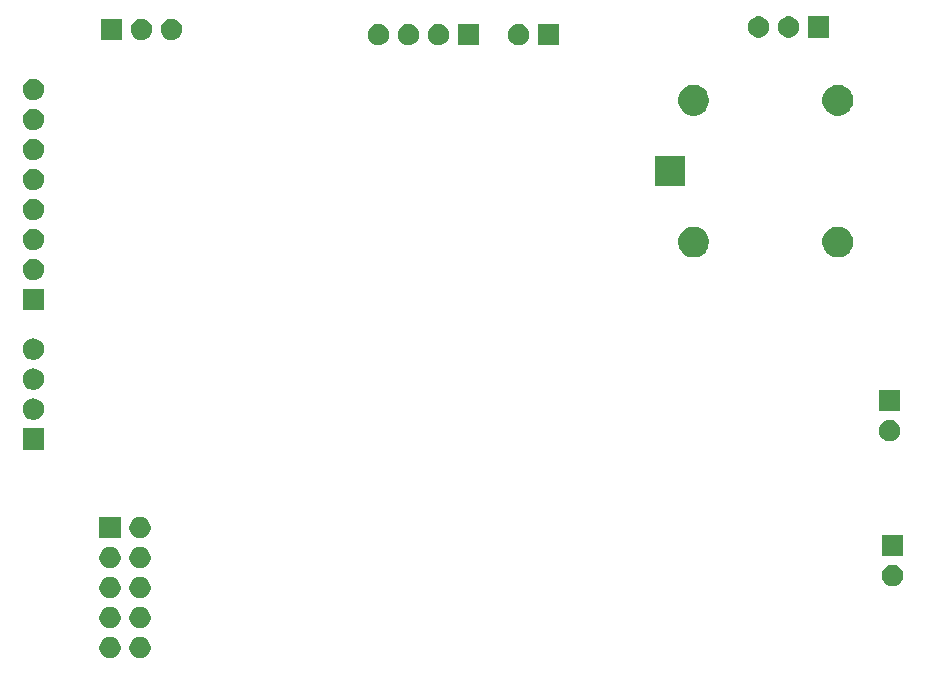
<source format=gbr>
G04 #@! TF.GenerationSoftware,KiCad,Pcbnew,(5.1.5)-3*
G04 #@! TF.CreationDate,2020-02-19T20:56:23+00:00*
G04 #@! TF.ProjectId,Isolator CAN SMT,49736f6c-6174-46f7-9220-43414e20534d,rev?*
G04 #@! TF.SameCoordinates,Original*
G04 #@! TF.FileFunction,Soldermask,Bot*
G04 #@! TF.FilePolarity,Negative*
%FSLAX46Y46*%
G04 Gerber Fmt 4.6, Leading zero omitted, Abs format (unit mm)*
G04 Created by KiCad (PCBNEW (5.1.5)-3) date 2020-02-19 20:56:23*
%MOMM*%
%LPD*%
G04 APERTURE LIST*
%ADD10C,0.100000*%
G04 APERTURE END LIST*
D10*
G36*
X112653512Y-94513927D02*
G01*
X112802812Y-94543624D01*
X112966784Y-94611544D01*
X113114354Y-94710147D01*
X113239853Y-94835646D01*
X113338456Y-94983216D01*
X113406376Y-95147188D01*
X113441000Y-95321259D01*
X113441000Y-95498741D01*
X113406376Y-95672812D01*
X113338456Y-95836784D01*
X113239853Y-95984354D01*
X113114354Y-96109853D01*
X112966784Y-96208456D01*
X112802812Y-96276376D01*
X112653512Y-96306073D01*
X112628742Y-96311000D01*
X112451258Y-96311000D01*
X112426488Y-96306073D01*
X112277188Y-96276376D01*
X112113216Y-96208456D01*
X111965646Y-96109853D01*
X111840147Y-95984354D01*
X111741544Y-95836784D01*
X111673624Y-95672812D01*
X111639000Y-95498741D01*
X111639000Y-95321259D01*
X111673624Y-95147188D01*
X111741544Y-94983216D01*
X111840147Y-94835646D01*
X111965646Y-94710147D01*
X112113216Y-94611544D01*
X112277188Y-94543624D01*
X112426488Y-94513927D01*
X112451258Y-94509000D01*
X112628742Y-94509000D01*
X112653512Y-94513927D01*
G37*
G36*
X110113512Y-94513927D02*
G01*
X110262812Y-94543624D01*
X110426784Y-94611544D01*
X110574354Y-94710147D01*
X110699853Y-94835646D01*
X110798456Y-94983216D01*
X110866376Y-95147188D01*
X110901000Y-95321259D01*
X110901000Y-95498741D01*
X110866376Y-95672812D01*
X110798456Y-95836784D01*
X110699853Y-95984354D01*
X110574354Y-96109853D01*
X110426784Y-96208456D01*
X110262812Y-96276376D01*
X110113512Y-96306073D01*
X110088742Y-96311000D01*
X109911258Y-96311000D01*
X109886488Y-96306073D01*
X109737188Y-96276376D01*
X109573216Y-96208456D01*
X109425646Y-96109853D01*
X109300147Y-95984354D01*
X109201544Y-95836784D01*
X109133624Y-95672812D01*
X109099000Y-95498741D01*
X109099000Y-95321259D01*
X109133624Y-95147188D01*
X109201544Y-94983216D01*
X109300147Y-94835646D01*
X109425646Y-94710147D01*
X109573216Y-94611544D01*
X109737188Y-94543624D01*
X109886488Y-94513927D01*
X109911258Y-94509000D01*
X110088742Y-94509000D01*
X110113512Y-94513927D01*
G37*
G36*
X112653512Y-91973927D02*
G01*
X112802812Y-92003624D01*
X112966784Y-92071544D01*
X113114354Y-92170147D01*
X113239853Y-92295646D01*
X113338456Y-92443216D01*
X113406376Y-92607188D01*
X113441000Y-92781259D01*
X113441000Y-92958741D01*
X113406376Y-93132812D01*
X113338456Y-93296784D01*
X113239853Y-93444354D01*
X113114354Y-93569853D01*
X112966784Y-93668456D01*
X112802812Y-93736376D01*
X112653512Y-93766073D01*
X112628742Y-93771000D01*
X112451258Y-93771000D01*
X112426488Y-93766073D01*
X112277188Y-93736376D01*
X112113216Y-93668456D01*
X111965646Y-93569853D01*
X111840147Y-93444354D01*
X111741544Y-93296784D01*
X111673624Y-93132812D01*
X111639000Y-92958741D01*
X111639000Y-92781259D01*
X111673624Y-92607188D01*
X111741544Y-92443216D01*
X111840147Y-92295646D01*
X111965646Y-92170147D01*
X112113216Y-92071544D01*
X112277188Y-92003624D01*
X112426488Y-91973927D01*
X112451258Y-91969000D01*
X112628742Y-91969000D01*
X112653512Y-91973927D01*
G37*
G36*
X110113512Y-91973927D02*
G01*
X110262812Y-92003624D01*
X110426784Y-92071544D01*
X110574354Y-92170147D01*
X110699853Y-92295646D01*
X110798456Y-92443216D01*
X110866376Y-92607188D01*
X110901000Y-92781259D01*
X110901000Y-92958741D01*
X110866376Y-93132812D01*
X110798456Y-93296784D01*
X110699853Y-93444354D01*
X110574354Y-93569853D01*
X110426784Y-93668456D01*
X110262812Y-93736376D01*
X110113512Y-93766073D01*
X110088742Y-93771000D01*
X109911258Y-93771000D01*
X109886488Y-93766073D01*
X109737188Y-93736376D01*
X109573216Y-93668456D01*
X109425646Y-93569853D01*
X109300147Y-93444354D01*
X109201544Y-93296784D01*
X109133624Y-93132812D01*
X109099000Y-92958741D01*
X109099000Y-92781259D01*
X109133624Y-92607188D01*
X109201544Y-92443216D01*
X109300147Y-92295646D01*
X109425646Y-92170147D01*
X109573216Y-92071544D01*
X109737188Y-92003624D01*
X109886488Y-91973927D01*
X109911258Y-91969000D01*
X110088742Y-91969000D01*
X110113512Y-91973927D01*
G37*
G36*
X112653512Y-89433927D02*
G01*
X112802812Y-89463624D01*
X112966784Y-89531544D01*
X113114354Y-89630147D01*
X113239853Y-89755646D01*
X113338456Y-89903216D01*
X113406376Y-90067188D01*
X113441000Y-90241259D01*
X113441000Y-90418741D01*
X113406376Y-90592812D01*
X113338456Y-90756784D01*
X113239853Y-90904354D01*
X113114354Y-91029853D01*
X112966784Y-91128456D01*
X112802812Y-91196376D01*
X112653512Y-91226073D01*
X112628742Y-91231000D01*
X112451258Y-91231000D01*
X112426488Y-91226073D01*
X112277188Y-91196376D01*
X112113216Y-91128456D01*
X111965646Y-91029853D01*
X111840147Y-90904354D01*
X111741544Y-90756784D01*
X111673624Y-90592812D01*
X111639000Y-90418741D01*
X111639000Y-90241259D01*
X111673624Y-90067188D01*
X111741544Y-89903216D01*
X111840147Y-89755646D01*
X111965646Y-89630147D01*
X112113216Y-89531544D01*
X112277188Y-89463624D01*
X112426488Y-89433927D01*
X112451258Y-89429000D01*
X112628742Y-89429000D01*
X112653512Y-89433927D01*
G37*
G36*
X110113512Y-89433927D02*
G01*
X110262812Y-89463624D01*
X110426784Y-89531544D01*
X110574354Y-89630147D01*
X110699853Y-89755646D01*
X110798456Y-89903216D01*
X110866376Y-90067188D01*
X110901000Y-90241259D01*
X110901000Y-90418741D01*
X110866376Y-90592812D01*
X110798456Y-90756784D01*
X110699853Y-90904354D01*
X110574354Y-91029853D01*
X110426784Y-91128456D01*
X110262812Y-91196376D01*
X110113512Y-91226073D01*
X110088742Y-91231000D01*
X109911258Y-91231000D01*
X109886488Y-91226073D01*
X109737188Y-91196376D01*
X109573216Y-91128456D01*
X109425646Y-91029853D01*
X109300147Y-90904354D01*
X109201544Y-90756784D01*
X109133624Y-90592812D01*
X109099000Y-90418741D01*
X109099000Y-90241259D01*
X109133624Y-90067188D01*
X109201544Y-89903216D01*
X109300147Y-89755646D01*
X109425646Y-89630147D01*
X109573216Y-89531544D01*
X109737188Y-89463624D01*
X109886488Y-89433927D01*
X109911258Y-89429000D01*
X110088742Y-89429000D01*
X110113512Y-89433927D01*
G37*
G36*
X176363512Y-88393927D02*
G01*
X176512812Y-88423624D01*
X176676784Y-88491544D01*
X176824354Y-88590147D01*
X176949853Y-88715646D01*
X177048456Y-88863216D01*
X177116376Y-89027188D01*
X177151000Y-89201259D01*
X177151000Y-89378741D01*
X177116376Y-89552812D01*
X177048456Y-89716784D01*
X176949853Y-89864354D01*
X176824354Y-89989853D01*
X176676784Y-90088456D01*
X176512812Y-90156376D01*
X176363512Y-90186073D01*
X176338742Y-90191000D01*
X176161258Y-90191000D01*
X176136488Y-90186073D01*
X175987188Y-90156376D01*
X175823216Y-90088456D01*
X175675646Y-89989853D01*
X175550147Y-89864354D01*
X175451544Y-89716784D01*
X175383624Y-89552812D01*
X175349000Y-89378741D01*
X175349000Y-89201259D01*
X175383624Y-89027188D01*
X175451544Y-88863216D01*
X175550147Y-88715646D01*
X175675646Y-88590147D01*
X175823216Y-88491544D01*
X175987188Y-88423624D01*
X176136488Y-88393927D01*
X176161258Y-88389000D01*
X176338742Y-88389000D01*
X176363512Y-88393927D01*
G37*
G36*
X112653512Y-86893927D02*
G01*
X112802812Y-86923624D01*
X112966784Y-86991544D01*
X113114354Y-87090147D01*
X113239853Y-87215646D01*
X113338456Y-87363216D01*
X113406376Y-87527188D01*
X113441000Y-87701259D01*
X113441000Y-87878741D01*
X113406376Y-88052812D01*
X113338456Y-88216784D01*
X113239853Y-88364354D01*
X113114354Y-88489853D01*
X112966784Y-88588456D01*
X112802812Y-88656376D01*
X112653512Y-88686073D01*
X112628742Y-88691000D01*
X112451258Y-88691000D01*
X112426488Y-88686073D01*
X112277188Y-88656376D01*
X112113216Y-88588456D01*
X111965646Y-88489853D01*
X111840147Y-88364354D01*
X111741544Y-88216784D01*
X111673624Y-88052812D01*
X111639000Y-87878741D01*
X111639000Y-87701259D01*
X111673624Y-87527188D01*
X111741544Y-87363216D01*
X111840147Y-87215646D01*
X111965646Y-87090147D01*
X112113216Y-86991544D01*
X112277188Y-86923624D01*
X112426488Y-86893927D01*
X112451258Y-86889000D01*
X112628742Y-86889000D01*
X112653512Y-86893927D01*
G37*
G36*
X110113512Y-86893927D02*
G01*
X110262812Y-86923624D01*
X110426784Y-86991544D01*
X110574354Y-87090147D01*
X110699853Y-87215646D01*
X110798456Y-87363216D01*
X110866376Y-87527188D01*
X110901000Y-87701259D01*
X110901000Y-87878741D01*
X110866376Y-88052812D01*
X110798456Y-88216784D01*
X110699853Y-88364354D01*
X110574354Y-88489853D01*
X110426784Y-88588456D01*
X110262812Y-88656376D01*
X110113512Y-88686073D01*
X110088742Y-88691000D01*
X109911258Y-88691000D01*
X109886488Y-88686073D01*
X109737188Y-88656376D01*
X109573216Y-88588456D01*
X109425646Y-88489853D01*
X109300147Y-88364354D01*
X109201544Y-88216784D01*
X109133624Y-88052812D01*
X109099000Y-87878741D01*
X109099000Y-87701259D01*
X109133624Y-87527188D01*
X109201544Y-87363216D01*
X109300147Y-87215646D01*
X109425646Y-87090147D01*
X109573216Y-86991544D01*
X109737188Y-86923624D01*
X109886488Y-86893927D01*
X109911258Y-86889000D01*
X110088742Y-86889000D01*
X110113512Y-86893927D01*
G37*
G36*
X177151000Y-87651000D02*
G01*
X175349000Y-87651000D01*
X175349000Y-85849000D01*
X177151000Y-85849000D01*
X177151000Y-87651000D01*
G37*
G36*
X112653512Y-84353927D02*
G01*
X112802812Y-84383624D01*
X112966784Y-84451544D01*
X113114354Y-84550147D01*
X113239853Y-84675646D01*
X113338456Y-84823216D01*
X113406376Y-84987188D01*
X113441000Y-85161259D01*
X113441000Y-85338741D01*
X113406376Y-85512812D01*
X113338456Y-85676784D01*
X113239853Y-85824354D01*
X113114354Y-85949853D01*
X112966784Y-86048456D01*
X112802812Y-86116376D01*
X112653512Y-86146073D01*
X112628742Y-86151000D01*
X112451258Y-86151000D01*
X112426488Y-86146073D01*
X112277188Y-86116376D01*
X112113216Y-86048456D01*
X111965646Y-85949853D01*
X111840147Y-85824354D01*
X111741544Y-85676784D01*
X111673624Y-85512812D01*
X111639000Y-85338741D01*
X111639000Y-85161259D01*
X111673624Y-84987188D01*
X111741544Y-84823216D01*
X111840147Y-84675646D01*
X111965646Y-84550147D01*
X112113216Y-84451544D01*
X112277188Y-84383624D01*
X112426488Y-84353927D01*
X112451258Y-84349000D01*
X112628742Y-84349000D01*
X112653512Y-84353927D01*
G37*
G36*
X110901000Y-86151000D02*
G01*
X109099000Y-86151000D01*
X109099000Y-84349000D01*
X110901000Y-84349000D01*
X110901000Y-86151000D01*
G37*
G36*
X104401000Y-78651000D02*
G01*
X102599000Y-78651000D01*
X102599000Y-76849000D01*
X104401000Y-76849000D01*
X104401000Y-78651000D01*
G37*
G36*
X176113512Y-76143927D02*
G01*
X176262812Y-76173624D01*
X176426784Y-76241544D01*
X176574354Y-76340147D01*
X176699853Y-76465646D01*
X176798456Y-76613216D01*
X176866376Y-76777188D01*
X176901000Y-76951259D01*
X176901000Y-77128741D01*
X176866376Y-77302812D01*
X176798456Y-77466784D01*
X176699853Y-77614354D01*
X176574354Y-77739853D01*
X176426784Y-77838456D01*
X176262812Y-77906376D01*
X176113512Y-77936073D01*
X176088742Y-77941000D01*
X175911258Y-77941000D01*
X175886488Y-77936073D01*
X175737188Y-77906376D01*
X175573216Y-77838456D01*
X175425646Y-77739853D01*
X175300147Y-77614354D01*
X175201544Y-77466784D01*
X175133624Y-77302812D01*
X175099000Y-77128741D01*
X175099000Y-76951259D01*
X175133624Y-76777188D01*
X175201544Y-76613216D01*
X175300147Y-76465646D01*
X175425646Y-76340147D01*
X175573216Y-76241544D01*
X175737188Y-76173624D01*
X175886488Y-76143927D01*
X175911258Y-76139000D01*
X176088742Y-76139000D01*
X176113512Y-76143927D01*
G37*
G36*
X103613512Y-74313927D02*
G01*
X103762812Y-74343624D01*
X103926784Y-74411544D01*
X104074354Y-74510147D01*
X104199853Y-74635646D01*
X104298456Y-74783216D01*
X104366376Y-74947188D01*
X104401000Y-75121259D01*
X104401000Y-75298741D01*
X104366376Y-75472812D01*
X104298456Y-75636784D01*
X104199853Y-75784354D01*
X104074354Y-75909853D01*
X103926784Y-76008456D01*
X103762812Y-76076376D01*
X103613512Y-76106073D01*
X103588742Y-76111000D01*
X103411258Y-76111000D01*
X103386488Y-76106073D01*
X103237188Y-76076376D01*
X103073216Y-76008456D01*
X102925646Y-75909853D01*
X102800147Y-75784354D01*
X102701544Y-75636784D01*
X102633624Y-75472812D01*
X102599000Y-75298741D01*
X102599000Y-75121259D01*
X102633624Y-74947188D01*
X102701544Y-74783216D01*
X102800147Y-74635646D01*
X102925646Y-74510147D01*
X103073216Y-74411544D01*
X103237188Y-74343624D01*
X103386488Y-74313927D01*
X103411258Y-74309000D01*
X103588742Y-74309000D01*
X103613512Y-74313927D01*
G37*
G36*
X176901000Y-75401000D02*
G01*
X175099000Y-75401000D01*
X175099000Y-73599000D01*
X176901000Y-73599000D01*
X176901000Y-75401000D01*
G37*
G36*
X103613512Y-71773927D02*
G01*
X103762812Y-71803624D01*
X103926784Y-71871544D01*
X104074354Y-71970147D01*
X104199853Y-72095646D01*
X104298456Y-72243216D01*
X104366376Y-72407188D01*
X104401000Y-72581259D01*
X104401000Y-72758741D01*
X104366376Y-72932812D01*
X104298456Y-73096784D01*
X104199853Y-73244354D01*
X104074354Y-73369853D01*
X103926784Y-73468456D01*
X103762812Y-73536376D01*
X103613512Y-73566073D01*
X103588742Y-73571000D01*
X103411258Y-73571000D01*
X103386488Y-73566073D01*
X103237188Y-73536376D01*
X103073216Y-73468456D01*
X102925646Y-73369853D01*
X102800147Y-73244354D01*
X102701544Y-73096784D01*
X102633624Y-72932812D01*
X102599000Y-72758741D01*
X102599000Y-72581259D01*
X102633624Y-72407188D01*
X102701544Y-72243216D01*
X102800147Y-72095646D01*
X102925646Y-71970147D01*
X103073216Y-71871544D01*
X103237188Y-71803624D01*
X103386488Y-71773927D01*
X103411258Y-71769000D01*
X103588742Y-71769000D01*
X103613512Y-71773927D01*
G37*
G36*
X103613512Y-69233927D02*
G01*
X103762812Y-69263624D01*
X103926784Y-69331544D01*
X104074354Y-69430147D01*
X104199853Y-69555646D01*
X104298456Y-69703216D01*
X104366376Y-69867188D01*
X104401000Y-70041259D01*
X104401000Y-70218741D01*
X104366376Y-70392812D01*
X104298456Y-70556784D01*
X104199853Y-70704354D01*
X104074354Y-70829853D01*
X103926784Y-70928456D01*
X103762812Y-70996376D01*
X103613512Y-71026073D01*
X103588742Y-71031000D01*
X103411258Y-71031000D01*
X103386488Y-71026073D01*
X103237188Y-70996376D01*
X103073216Y-70928456D01*
X102925646Y-70829853D01*
X102800147Y-70704354D01*
X102701544Y-70556784D01*
X102633624Y-70392812D01*
X102599000Y-70218741D01*
X102599000Y-70041259D01*
X102633624Y-69867188D01*
X102701544Y-69703216D01*
X102800147Y-69555646D01*
X102925646Y-69430147D01*
X103073216Y-69331544D01*
X103237188Y-69263624D01*
X103386488Y-69233927D01*
X103411258Y-69229000D01*
X103588742Y-69229000D01*
X103613512Y-69233927D01*
G37*
G36*
X104406000Y-66814000D02*
G01*
X102604000Y-66814000D01*
X102604000Y-65012000D01*
X104406000Y-65012000D01*
X104406000Y-66814000D01*
G37*
G36*
X103618512Y-62476927D02*
G01*
X103767812Y-62506624D01*
X103931784Y-62574544D01*
X104079354Y-62673147D01*
X104204853Y-62798646D01*
X104303456Y-62946216D01*
X104371376Y-63110188D01*
X104406000Y-63284259D01*
X104406000Y-63461741D01*
X104371376Y-63635812D01*
X104303456Y-63799784D01*
X104204853Y-63947354D01*
X104079354Y-64072853D01*
X103931784Y-64171456D01*
X103767812Y-64239376D01*
X103618512Y-64269073D01*
X103593742Y-64274000D01*
X103416258Y-64274000D01*
X103391488Y-64269073D01*
X103242188Y-64239376D01*
X103078216Y-64171456D01*
X102930646Y-64072853D01*
X102805147Y-63947354D01*
X102706544Y-63799784D01*
X102638624Y-63635812D01*
X102604000Y-63461741D01*
X102604000Y-63284259D01*
X102638624Y-63110188D01*
X102706544Y-62946216D01*
X102805147Y-62798646D01*
X102930646Y-62673147D01*
X103078216Y-62574544D01*
X103242188Y-62506624D01*
X103391488Y-62476927D01*
X103416258Y-62472000D01*
X103593742Y-62472000D01*
X103618512Y-62476927D01*
G37*
G36*
X171995987Y-59803496D02*
G01*
X172232753Y-59901568D01*
X172232755Y-59901569D01*
X172278298Y-59932000D01*
X172445839Y-60043947D01*
X172627053Y-60225161D01*
X172769432Y-60438247D01*
X172867504Y-60675013D01*
X172917500Y-60926361D01*
X172917500Y-61182639D01*
X172867504Y-61433987D01*
X172826552Y-61532853D01*
X172769431Y-61670755D01*
X172627053Y-61883839D01*
X172445839Y-62065053D01*
X172232755Y-62207431D01*
X172232754Y-62207432D01*
X172232753Y-62207432D01*
X171995987Y-62305504D01*
X171744639Y-62355500D01*
X171488361Y-62355500D01*
X171237013Y-62305504D01*
X171000247Y-62207432D01*
X171000246Y-62207432D01*
X171000245Y-62207431D01*
X170787161Y-62065053D01*
X170605947Y-61883839D01*
X170463569Y-61670755D01*
X170406448Y-61532853D01*
X170365496Y-61433987D01*
X170315500Y-61182639D01*
X170315500Y-60926361D01*
X170365496Y-60675013D01*
X170463568Y-60438247D01*
X170605947Y-60225161D01*
X170787161Y-60043947D01*
X170954702Y-59932000D01*
X171000245Y-59901569D01*
X171000247Y-59901568D01*
X171237013Y-59803496D01*
X171488361Y-59753500D01*
X171744639Y-59753500D01*
X171995987Y-59803496D01*
G37*
G36*
X159795987Y-59803496D02*
G01*
X160032753Y-59901568D01*
X160032755Y-59901569D01*
X160078298Y-59932000D01*
X160245839Y-60043947D01*
X160427053Y-60225161D01*
X160569432Y-60438247D01*
X160667504Y-60675013D01*
X160717500Y-60926361D01*
X160717500Y-61182639D01*
X160667504Y-61433987D01*
X160626552Y-61532853D01*
X160569431Y-61670755D01*
X160427053Y-61883839D01*
X160245839Y-62065053D01*
X160032755Y-62207431D01*
X160032754Y-62207432D01*
X160032753Y-62207432D01*
X159795987Y-62305504D01*
X159544639Y-62355500D01*
X159288361Y-62355500D01*
X159037013Y-62305504D01*
X158800247Y-62207432D01*
X158800246Y-62207432D01*
X158800245Y-62207431D01*
X158587161Y-62065053D01*
X158405947Y-61883839D01*
X158263569Y-61670755D01*
X158206448Y-61532853D01*
X158165496Y-61433987D01*
X158115500Y-61182639D01*
X158115500Y-60926361D01*
X158165496Y-60675013D01*
X158263568Y-60438247D01*
X158405947Y-60225161D01*
X158587161Y-60043947D01*
X158754702Y-59932000D01*
X158800245Y-59901569D01*
X158800247Y-59901568D01*
X159037013Y-59803496D01*
X159288361Y-59753500D01*
X159544639Y-59753500D01*
X159795987Y-59803496D01*
G37*
G36*
X103618512Y-59936927D02*
G01*
X103767812Y-59966624D01*
X103931784Y-60034544D01*
X104079354Y-60133147D01*
X104204853Y-60258646D01*
X104303456Y-60406216D01*
X104371376Y-60570188D01*
X104406000Y-60744259D01*
X104406000Y-60921741D01*
X104371376Y-61095812D01*
X104303456Y-61259784D01*
X104204853Y-61407354D01*
X104079354Y-61532853D01*
X103931784Y-61631456D01*
X103767812Y-61699376D01*
X103618512Y-61729073D01*
X103593742Y-61734000D01*
X103416258Y-61734000D01*
X103391488Y-61729073D01*
X103242188Y-61699376D01*
X103078216Y-61631456D01*
X102930646Y-61532853D01*
X102805147Y-61407354D01*
X102706544Y-61259784D01*
X102638624Y-61095812D01*
X102604000Y-60921741D01*
X102604000Y-60744259D01*
X102638624Y-60570188D01*
X102706544Y-60406216D01*
X102805147Y-60258646D01*
X102930646Y-60133147D01*
X103078216Y-60034544D01*
X103242188Y-59966624D01*
X103391488Y-59936927D01*
X103416258Y-59932000D01*
X103593742Y-59932000D01*
X103618512Y-59936927D01*
G37*
G36*
X103618512Y-57396927D02*
G01*
X103767812Y-57426624D01*
X103931784Y-57494544D01*
X104079354Y-57593147D01*
X104204853Y-57718646D01*
X104303456Y-57866216D01*
X104371376Y-58030188D01*
X104406000Y-58204259D01*
X104406000Y-58381741D01*
X104371376Y-58555812D01*
X104303456Y-58719784D01*
X104204853Y-58867354D01*
X104079354Y-58992853D01*
X103931784Y-59091456D01*
X103767812Y-59159376D01*
X103618512Y-59189073D01*
X103593742Y-59194000D01*
X103416258Y-59194000D01*
X103391488Y-59189073D01*
X103242188Y-59159376D01*
X103078216Y-59091456D01*
X102930646Y-58992853D01*
X102805147Y-58867354D01*
X102706544Y-58719784D01*
X102638624Y-58555812D01*
X102604000Y-58381741D01*
X102604000Y-58204259D01*
X102638624Y-58030188D01*
X102706544Y-57866216D01*
X102805147Y-57718646D01*
X102930646Y-57593147D01*
X103078216Y-57494544D01*
X103242188Y-57426624D01*
X103391488Y-57396927D01*
X103416258Y-57392000D01*
X103593742Y-57392000D01*
X103618512Y-57396927D01*
G37*
G36*
X103618512Y-54856927D02*
G01*
X103767812Y-54886624D01*
X103931784Y-54954544D01*
X104079354Y-55053147D01*
X104204853Y-55178646D01*
X104303456Y-55326216D01*
X104371376Y-55490188D01*
X104406000Y-55664259D01*
X104406000Y-55841741D01*
X104371376Y-56015812D01*
X104303456Y-56179784D01*
X104204853Y-56327354D01*
X104079354Y-56452853D01*
X103931784Y-56551456D01*
X103767812Y-56619376D01*
X103618512Y-56649073D01*
X103593742Y-56654000D01*
X103416258Y-56654000D01*
X103391488Y-56649073D01*
X103242188Y-56619376D01*
X103078216Y-56551456D01*
X102930646Y-56452853D01*
X102805147Y-56327354D01*
X102706544Y-56179784D01*
X102638624Y-56015812D01*
X102604000Y-55841741D01*
X102604000Y-55664259D01*
X102638624Y-55490188D01*
X102706544Y-55326216D01*
X102805147Y-55178646D01*
X102930646Y-55053147D01*
X103078216Y-54954544D01*
X103242188Y-54886624D01*
X103391488Y-54856927D01*
X103416258Y-54852000D01*
X103593742Y-54852000D01*
X103618512Y-54856927D01*
G37*
G36*
X158717500Y-56355500D02*
G01*
X156115500Y-56355500D01*
X156115500Y-53753500D01*
X158717500Y-53753500D01*
X158717500Y-56355500D01*
G37*
G36*
X103618512Y-52316927D02*
G01*
X103767812Y-52346624D01*
X103931784Y-52414544D01*
X104079354Y-52513147D01*
X104204853Y-52638646D01*
X104303456Y-52786216D01*
X104371376Y-52950188D01*
X104406000Y-53124259D01*
X104406000Y-53301741D01*
X104371376Y-53475812D01*
X104303456Y-53639784D01*
X104204853Y-53787354D01*
X104079354Y-53912853D01*
X103931784Y-54011456D01*
X103767812Y-54079376D01*
X103618512Y-54109073D01*
X103593742Y-54114000D01*
X103416258Y-54114000D01*
X103391488Y-54109073D01*
X103242188Y-54079376D01*
X103078216Y-54011456D01*
X102930646Y-53912853D01*
X102805147Y-53787354D01*
X102706544Y-53639784D01*
X102638624Y-53475812D01*
X102604000Y-53301741D01*
X102604000Y-53124259D01*
X102638624Y-52950188D01*
X102706544Y-52786216D01*
X102805147Y-52638646D01*
X102930646Y-52513147D01*
X103078216Y-52414544D01*
X103242188Y-52346624D01*
X103391488Y-52316927D01*
X103416258Y-52312000D01*
X103593742Y-52312000D01*
X103618512Y-52316927D01*
G37*
G36*
X103618512Y-49776927D02*
G01*
X103767812Y-49806624D01*
X103931784Y-49874544D01*
X104079354Y-49973147D01*
X104204853Y-50098646D01*
X104303456Y-50246216D01*
X104371376Y-50410188D01*
X104406000Y-50584259D01*
X104406000Y-50761741D01*
X104371376Y-50935812D01*
X104303456Y-51099784D01*
X104204853Y-51247354D01*
X104079354Y-51372853D01*
X103931784Y-51471456D01*
X103767812Y-51539376D01*
X103618512Y-51569073D01*
X103593742Y-51574000D01*
X103416258Y-51574000D01*
X103391488Y-51569073D01*
X103242188Y-51539376D01*
X103078216Y-51471456D01*
X102930646Y-51372853D01*
X102805147Y-51247354D01*
X102706544Y-51099784D01*
X102638624Y-50935812D01*
X102604000Y-50761741D01*
X102604000Y-50584259D01*
X102638624Y-50410188D01*
X102706544Y-50246216D01*
X102805147Y-50098646D01*
X102930646Y-49973147D01*
X103078216Y-49874544D01*
X103242188Y-49806624D01*
X103391488Y-49776927D01*
X103416258Y-49772000D01*
X103593742Y-49772000D01*
X103618512Y-49776927D01*
G37*
G36*
X171995987Y-47803496D02*
G01*
X172232753Y-47901568D01*
X172232755Y-47901569D01*
X172445839Y-48043947D01*
X172627053Y-48225161D01*
X172741078Y-48395811D01*
X172769432Y-48438247D01*
X172867504Y-48675013D01*
X172917500Y-48926361D01*
X172917500Y-49182639D01*
X172867504Y-49433987D01*
X172769432Y-49670753D01*
X172769431Y-49670755D01*
X172627053Y-49883839D01*
X172445839Y-50065053D01*
X172232755Y-50207431D01*
X172232754Y-50207432D01*
X172232753Y-50207432D01*
X171995987Y-50305504D01*
X171744639Y-50355500D01*
X171488361Y-50355500D01*
X171237013Y-50305504D01*
X171000247Y-50207432D01*
X171000246Y-50207432D01*
X171000245Y-50207431D01*
X170787161Y-50065053D01*
X170605947Y-49883839D01*
X170463569Y-49670755D01*
X170463568Y-49670753D01*
X170365496Y-49433987D01*
X170315500Y-49182639D01*
X170315500Y-48926361D01*
X170365496Y-48675013D01*
X170463568Y-48438247D01*
X170491923Y-48395811D01*
X170605947Y-48225161D01*
X170787161Y-48043947D01*
X171000245Y-47901569D01*
X171000247Y-47901568D01*
X171237013Y-47803496D01*
X171488361Y-47753500D01*
X171744639Y-47753500D01*
X171995987Y-47803496D01*
G37*
G36*
X159795987Y-47803496D02*
G01*
X160032753Y-47901568D01*
X160032755Y-47901569D01*
X160245839Y-48043947D01*
X160427053Y-48225161D01*
X160541078Y-48395811D01*
X160569432Y-48438247D01*
X160667504Y-48675013D01*
X160717500Y-48926361D01*
X160717500Y-49182639D01*
X160667504Y-49433987D01*
X160569432Y-49670753D01*
X160569431Y-49670755D01*
X160427053Y-49883839D01*
X160245839Y-50065053D01*
X160032755Y-50207431D01*
X160032754Y-50207432D01*
X160032753Y-50207432D01*
X159795987Y-50305504D01*
X159544639Y-50355500D01*
X159288361Y-50355500D01*
X159037013Y-50305504D01*
X158800247Y-50207432D01*
X158800246Y-50207432D01*
X158800245Y-50207431D01*
X158587161Y-50065053D01*
X158405947Y-49883839D01*
X158263569Y-49670755D01*
X158263568Y-49670753D01*
X158165496Y-49433987D01*
X158115500Y-49182639D01*
X158115500Y-48926361D01*
X158165496Y-48675013D01*
X158263568Y-48438247D01*
X158291923Y-48395811D01*
X158405947Y-48225161D01*
X158587161Y-48043947D01*
X158800245Y-47901569D01*
X158800247Y-47901568D01*
X159037013Y-47803496D01*
X159288361Y-47753500D01*
X159544639Y-47753500D01*
X159795987Y-47803496D01*
G37*
G36*
X103618512Y-47236927D02*
G01*
X103767812Y-47266624D01*
X103931784Y-47334544D01*
X104079354Y-47433147D01*
X104204853Y-47558646D01*
X104303456Y-47706216D01*
X104371376Y-47870188D01*
X104406000Y-48044259D01*
X104406000Y-48221741D01*
X104371376Y-48395812D01*
X104303456Y-48559784D01*
X104204853Y-48707354D01*
X104079354Y-48832853D01*
X103931784Y-48931456D01*
X103767812Y-48999376D01*
X103618512Y-49029073D01*
X103593742Y-49034000D01*
X103416258Y-49034000D01*
X103391488Y-49029073D01*
X103242188Y-48999376D01*
X103078216Y-48931456D01*
X102930646Y-48832853D01*
X102805147Y-48707354D01*
X102706544Y-48559784D01*
X102638624Y-48395812D01*
X102604000Y-48221741D01*
X102604000Y-48044259D01*
X102638624Y-47870188D01*
X102706544Y-47706216D01*
X102805147Y-47558646D01*
X102930646Y-47433147D01*
X103078216Y-47334544D01*
X103242188Y-47266624D01*
X103391488Y-47236927D01*
X103416258Y-47232000D01*
X103593742Y-47232000D01*
X103618512Y-47236927D01*
G37*
G36*
X148030500Y-44398500D02*
G01*
X146228500Y-44398500D01*
X146228500Y-42596500D01*
X148030500Y-42596500D01*
X148030500Y-44398500D01*
G37*
G36*
X132819769Y-42599688D02*
G01*
X132977812Y-42631124D01*
X133141784Y-42699044D01*
X133289354Y-42797647D01*
X133414853Y-42923146D01*
X133513456Y-43070716D01*
X133581376Y-43234688D01*
X133616000Y-43408759D01*
X133616000Y-43586241D01*
X133581376Y-43760312D01*
X133513456Y-43924284D01*
X133414853Y-44071854D01*
X133289354Y-44197353D01*
X133141784Y-44295956D01*
X132977812Y-44363876D01*
X132828512Y-44393573D01*
X132803742Y-44398500D01*
X132626258Y-44398500D01*
X132601488Y-44393573D01*
X132452188Y-44363876D01*
X132288216Y-44295956D01*
X132140646Y-44197353D01*
X132015147Y-44071854D01*
X131916544Y-43924284D01*
X131848624Y-43760312D01*
X131814000Y-43586241D01*
X131814000Y-43408759D01*
X131848624Y-43234688D01*
X131916544Y-43070716D01*
X132015147Y-42923146D01*
X132140646Y-42797647D01*
X132288216Y-42699044D01*
X132452188Y-42631124D01*
X132610231Y-42599688D01*
X132626258Y-42596500D01*
X132803742Y-42596500D01*
X132819769Y-42599688D01*
G37*
G36*
X135359769Y-42599688D02*
G01*
X135517812Y-42631124D01*
X135681784Y-42699044D01*
X135829354Y-42797647D01*
X135954853Y-42923146D01*
X136053456Y-43070716D01*
X136121376Y-43234688D01*
X136156000Y-43408759D01*
X136156000Y-43586241D01*
X136121376Y-43760312D01*
X136053456Y-43924284D01*
X135954853Y-44071854D01*
X135829354Y-44197353D01*
X135681784Y-44295956D01*
X135517812Y-44363876D01*
X135368512Y-44393573D01*
X135343742Y-44398500D01*
X135166258Y-44398500D01*
X135141488Y-44393573D01*
X134992188Y-44363876D01*
X134828216Y-44295956D01*
X134680646Y-44197353D01*
X134555147Y-44071854D01*
X134456544Y-43924284D01*
X134388624Y-43760312D01*
X134354000Y-43586241D01*
X134354000Y-43408759D01*
X134388624Y-43234688D01*
X134456544Y-43070716D01*
X134555147Y-42923146D01*
X134680646Y-42797647D01*
X134828216Y-42699044D01*
X134992188Y-42631124D01*
X135150231Y-42599688D01*
X135166258Y-42596500D01*
X135343742Y-42596500D01*
X135359769Y-42599688D01*
G37*
G36*
X141236000Y-44398500D02*
G01*
X139434000Y-44398500D01*
X139434000Y-42596500D01*
X141236000Y-42596500D01*
X141236000Y-44398500D01*
G37*
G36*
X144694269Y-42599688D02*
G01*
X144852312Y-42631124D01*
X145016284Y-42699044D01*
X145163854Y-42797647D01*
X145289353Y-42923146D01*
X145387956Y-43070716D01*
X145455876Y-43234688D01*
X145490500Y-43408759D01*
X145490500Y-43586241D01*
X145455876Y-43760312D01*
X145387956Y-43924284D01*
X145289353Y-44071854D01*
X145163854Y-44197353D01*
X145016284Y-44295956D01*
X144852312Y-44363876D01*
X144703012Y-44393573D01*
X144678242Y-44398500D01*
X144500758Y-44398500D01*
X144475988Y-44393573D01*
X144326688Y-44363876D01*
X144162716Y-44295956D01*
X144015146Y-44197353D01*
X143889647Y-44071854D01*
X143791044Y-43924284D01*
X143723124Y-43760312D01*
X143688500Y-43586241D01*
X143688500Y-43408759D01*
X143723124Y-43234688D01*
X143791044Y-43070716D01*
X143889647Y-42923146D01*
X144015146Y-42797647D01*
X144162716Y-42699044D01*
X144326688Y-42631124D01*
X144484731Y-42599688D01*
X144500758Y-42596500D01*
X144678242Y-42596500D01*
X144694269Y-42599688D01*
G37*
G36*
X137899769Y-42599688D02*
G01*
X138057812Y-42631124D01*
X138221784Y-42699044D01*
X138369354Y-42797647D01*
X138494853Y-42923146D01*
X138593456Y-43070716D01*
X138661376Y-43234688D01*
X138696000Y-43408759D01*
X138696000Y-43586241D01*
X138661376Y-43760312D01*
X138593456Y-43924284D01*
X138494853Y-44071854D01*
X138369354Y-44197353D01*
X138221784Y-44295956D01*
X138057812Y-44363876D01*
X137908512Y-44393573D01*
X137883742Y-44398500D01*
X137706258Y-44398500D01*
X137681488Y-44393573D01*
X137532188Y-44363876D01*
X137368216Y-44295956D01*
X137220646Y-44197353D01*
X137095147Y-44071854D01*
X136996544Y-43924284D01*
X136928624Y-43760312D01*
X136894000Y-43586241D01*
X136894000Y-43408759D01*
X136928624Y-43234688D01*
X136996544Y-43070716D01*
X137095147Y-42923146D01*
X137220646Y-42797647D01*
X137368216Y-42699044D01*
X137532188Y-42631124D01*
X137690231Y-42599688D01*
X137706258Y-42596500D01*
X137883742Y-42596500D01*
X137899769Y-42599688D01*
G37*
G36*
X111010000Y-43954000D02*
G01*
X109208000Y-43954000D01*
X109208000Y-42152000D01*
X111010000Y-42152000D01*
X111010000Y-43954000D01*
G37*
G36*
X112762512Y-42156927D02*
G01*
X112911812Y-42186624D01*
X113075784Y-42254544D01*
X113223354Y-42353147D01*
X113348853Y-42478646D01*
X113447456Y-42626216D01*
X113515376Y-42790188D01*
X113550000Y-42964259D01*
X113550000Y-43141741D01*
X113515376Y-43315812D01*
X113447456Y-43479784D01*
X113348853Y-43627354D01*
X113223354Y-43752853D01*
X113075784Y-43851456D01*
X112911812Y-43919376D01*
X112762512Y-43949073D01*
X112737742Y-43954000D01*
X112560258Y-43954000D01*
X112535488Y-43949073D01*
X112386188Y-43919376D01*
X112222216Y-43851456D01*
X112074646Y-43752853D01*
X111949147Y-43627354D01*
X111850544Y-43479784D01*
X111782624Y-43315812D01*
X111748000Y-43141741D01*
X111748000Y-42964259D01*
X111782624Y-42790188D01*
X111850544Y-42626216D01*
X111949147Y-42478646D01*
X112074646Y-42353147D01*
X112222216Y-42254544D01*
X112386188Y-42186624D01*
X112535488Y-42156927D01*
X112560258Y-42152000D01*
X112737742Y-42152000D01*
X112762512Y-42156927D01*
G37*
G36*
X115302512Y-42156927D02*
G01*
X115451812Y-42186624D01*
X115615784Y-42254544D01*
X115763354Y-42353147D01*
X115888853Y-42478646D01*
X115987456Y-42626216D01*
X116055376Y-42790188D01*
X116090000Y-42964259D01*
X116090000Y-43141741D01*
X116055376Y-43315812D01*
X115987456Y-43479784D01*
X115888853Y-43627354D01*
X115763354Y-43752853D01*
X115615784Y-43851456D01*
X115451812Y-43919376D01*
X115302512Y-43949073D01*
X115277742Y-43954000D01*
X115100258Y-43954000D01*
X115075488Y-43949073D01*
X114926188Y-43919376D01*
X114762216Y-43851456D01*
X114614646Y-43752853D01*
X114489147Y-43627354D01*
X114390544Y-43479784D01*
X114322624Y-43315812D01*
X114288000Y-43141741D01*
X114288000Y-42964259D01*
X114322624Y-42790188D01*
X114390544Y-42626216D01*
X114489147Y-42478646D01*
X114614646Y-42353147D01*
X114762216Y-42254544D01*
X114926188Y-42186624D01*
X115075488Y-42156927D01*
X115100258Y-42152000D01*
X115277742Y-42152000D01*
X115302512Y-42156927D01*
G37*
G36*
X167563012Y-41966427D02*
G01*
X167712312Y-41996124D01*
X167876284Y-42064044D01*
X168023854Y-42162647D01*
X168149353Y-42288146D01*
X168247956Y-42435716D01*
X168315876Y-42599688D01*
X168350500Y-42773759D01*
X168350500Y-42951241D01*
X168315876Y-43125312D01*
X168247956Y-43289284D01*
X168149353Y-43436854D01*
X168023854Y-43562353D01*
X167876284Y-43660956D01*
X167712312Y-43728876D01*
X167563012Y-43758573D01*
X167538242Y-43763500D01*
X167360758Y-43763500D01*
X167335988Y-43758573D01*
X167186688Y-43728876D01*
X167022716Y-43660956D01*
X166875146Y-43562353D01*
X166749647Y-43436854D01*
X166651044Y-43289284D01*
X166583124Y-43125312D01*
X166548500Y-42951241D01*
X166548500Y-42773759D01*
X166583124Y-42599688D01*
X166651044Y-42435716D01*
X166749647Y-42288146D01*
X166875146Y-42162647D01*
X167022716Y-42064044D01*
X167186688Y-41996124D01*
X167335988Y-41966427D01*
X167360758Y-41961500D01*
X167538242Y-41961500D01*
X167563012Y-41966427D01*
G37*
G36*
X170890500Y-43763500D02*
G01*
X169088500Y-43763500D01*
X169088500Y-41961500D01*
X170890500Y-41961500D01*
X170890500Y-43763500D01*
G37*
G36*
X165023012Y-41966427D02*
G01*
X165172312Y-41996124D01*
X165336284Y-42064044D01*
X165483854Y-42162647D01*
X165609353Y-42288146D01*
X165707956Y-42435716D01*
X165775876Y-42599688D01*
X165810500Y-42773759D01*
X165810500Y-42951241D01*
X165775876Y-43125312D01*
X165707956Y-43289284D01*
X165609353Y-43436854D01*
X165483854Y-43562353D01*
X165336284Y-43660956D01*
X165172312Y-43728876D01*
X165023012Y-43758573D01*
X164998242Y-43763500D01*
X164820758Y-43763500D01*
X164795988Y-43758573D01*
X164646688Y-43728876D01*
X164482716Y-43660956D01*
X164335146Y-43562353D01*
X164209647Y-43436854D01*
X164111044Y-43289284D01*
X164043124Y-43125312D01*
X164008500Y-42951241D01*
X164008500Y-42773759D01*
X164043124Y-42599688D01*
X164111044Y-42435716D01*
X164209647Y-42288146D01*
X164335146Y-42162647D01*
X164482716Y-42064044D01*
X164646688Y-41996124D01*
X164795988Y-41966427D01*
X164820758Y-41961500D01*
X164998242Y-41961500D01*
X165023012Y-41966427D01*
G37*
M02*

</source>
